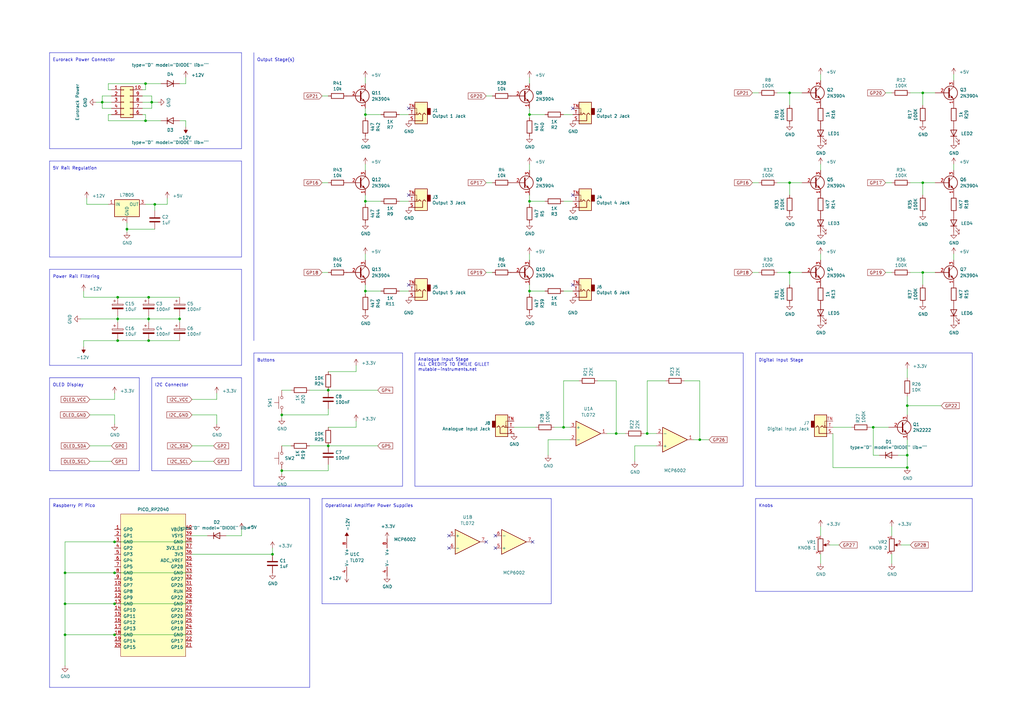
<source format=kicad_sch>
(kicad_sch (version 20230121) (generator eeschema)
  (paper "A3")
  (title_block (title "EuroPi") (date "15/11/2021") (rev "1") (company "Allen Synthesis") (comment 1 "CC BY-SA 3.0"))
  (junction (at 217.17 82.55))
  (junction (at 134.62 182.88))
  (junction (at 372.11 191.77))
  (junction (at 48.26 121.92))
  (junction (at 378.46 74.93))
  (junction (at 48.26 130.81))
  (junction (at 372.11 166.37))
  (junction (at 46.99 222.25))
  (junction (at 287.02 180.34))
  (junction (at 46.99 234.95))
  (junction (at 323.85 111.76))
  (junction (at 41.91 41.91))
  (junction (at 231.14 175.26))
  (junction (at 26.67 247.65))
  (junction (at 134.62 160.02))
  (junction (at 46.99 260.35))
  (junction (at 252.73 177.8))
  (junction (at 59.69 34.29))
  (junction (at 73.66 130.81))
  (junction (at 372.11 186.69))
  (junction (at 26.67 260.35))
  (junction (at 378.46 38.1))
  (junction (at 149.86 119.38))
  (junction (at 378.46 111.76))
  (junction (at 63.5 83.82))
  (junction (at 46.99 247.65))
  (junction (at 60.96 139.7))
  (junction (at 48.26 139.7))
  (junction (at 323.85 74.93))
  (junction (at 115.57 193.04))
  (junction (at 217.17 46.99))
  (junction (at 115.57 170.18))
  (junction (at 149.86 46.99))
  (junction (at 149.86 82.55))
  (junction (at 62.23 41.91))
  (junction (at 217.17 119.38))
  (junction (at 111.76 227.33))
  (junction (at 358.14 175.26))
  (junction (at 26.67 234.95))
  (junction (at 60.96 121.92))
  (junction (at 60.96 130.81))
  (junction (at 52.07 93.98))
  (junction (at 323.85 38.1))
  (junction (at 265.43 177.8))
  (junction (at 59.69 49.53))
  (no_connect (at 234.95 44.45))
  (no_connect (at 234.95 116.84))
  (no_connect (at 167.64 44.45))
  (no_connect (at 203.2 219.71))
  (no_connect (at 218.44 222.25))
  (no_connect (at 199.39 222.25))
  (no_connect (at 167.64 80.01))
  (no_connect (at 167.64 116.84))
  (no_connect (at 234.95 80.01))
  (no_connect (at 184.15 219.71))
  (no_connect (at 203.2 224.79))
  (no_connect (at 184.15 224.79))
  (wire (pts (xy 217.17 46.99) (xy 217.17 48.26)))
  (wire (pts (xy 358.14 186.69) (xy 358.14 175.26)))
  (wire (pts (xy 217.17 46.99) (xy 223.52 46.99)))
  (wire (pts (xy 44.45 36.83) (xy 44.45 34.29)))
  (wire (pts (xy 132.08 74.93) (xy 134.62 74.93)))
  (wire (pts (xy 372.11 186.69) (xy 372.11 180.34)))
  (wire (pts (xy 34.29 119.38) (xy 34.29 121.92)))
  (polyline (pts (xy 20.32 149.86) (xy 99.06 149.86)))
  (wire (pts (xy 134.62 175.26) (xy 146.05 175.26)))
  (wire (pts (xy 146.05 172.72) (xy 146.05 175.26)))
  (wire (pts (xy 199.39 39.37) (xy 201.93 39.37)))
  (polyline (pts (xy 309.88 204.47) (xy 398.78 204.47)))
  (wire (pts (xy 372.11 166.37) (xy 372.11 162.56)))
  (polyline (pts (xy 20.32 21.59) (xy 99.06 21.59)))
  (wire (pts (xy 149.86 44.45) (xy 149.86 46.99)))
  (wire (pts (xy 372.11 170.18) (xy 372.11 166.37)))
  (wire (pts (xy 368.3 186.69) (xy 372.11 186.69)))
  (wire (pts (xy 349.25 175.26) (xy 341.63 175.26)))
  (polyline (pts (xy 20.32 105.41) (xy 99.06 105.41)))
  (wire (pts (xy 41.91 39.37) (xy 45.72 39.37)))
  (wire (pts (xy 217.17 80.01) (xy 217.17 82.55)))
  (wire (pts (xy 44.45 34.29) (xy 59.69 34.29)))
  (wire (pts (xy 73.66 34.29) (xy 76.2 34.29)))
  (polyline (pts (xy 398.78 199.39) (xy 309.88 199.39)))
  (wire (pts (xy 341.63 177.8) (xy 341.63 191.77)))
  (wire (pts (xy 149.86 119.38) (xy 149.86 120.65)))
  (wire (pts (xy 73.66 130.81) (xy 73.66 129.54)))
  (wire (pts (xy 373.38 223.52) (xy 369.57 223.52)))
  (wire (pts (xy 48.26 130.81) (xy 48.26 129.54)))
  (wire (pts (xy 378.46 111.76) (xy 383.54 111.76)))
  (wire (pts (xy 391.16 67.31) (xy 391.16 69.85)))
  (wire (pts (xy 287.02 156.21) (xy 287.02 180.34)))
  (polyline (pts (xy 99.06 105.41) (xy 99.06 66.04)))
  (wire (pts (xy 323.85 38.1) (xy 328.93 38.1)))
  (wire (pts (xy 46.99 170.18) (xy 36.83 170.18)))
  (wire (pts (xy 378.46 38.1) (xy 383.54 38.1)))
  (polyline (pts (xy 99.06 154.94) (xy 99.06 193.04)))
  (wire (pts (xy 48.26 139.7) (xy 60.96 139.7)))
  (wire (pts (xy 41.91 41.91) (xy 45.72 41.91)))
  (wire (pts (xy 363.22 111.76) (xy 365.76 111.76)))
  (wire (pts (xy 26.67 222.25) (xy 26.67 234.95)))
  (wire (pts (xy 73.66 130.81) (xy 60.96 130.81)))
  (wire (pts (xy 219.71 175.26) (xy 210.82 175.26)))
  (wire (pts (xy 134.62 160.02) (xy 154.94 160.02)))
  (wire (pts (xy 63.5 83.82) (xy 59.69 83.82)))
  (wire (pts (xy 39.37 41.91) (xy 41.91 41.91)))
  (wire (pts (xy 234.95 119.38) (xy 231.14 119.38)))
  (wire (pts (xy 237.49 156.21) (xy 231.14 156.21)))
  (wire (pts (xy 68.58 83.82) (xy 63.5 83.82)))
  (wire (pts (xy 115.57 171.45) (xy 115.57 170.18)))
  (wire (pts (xy 64.77 41.91) (xy 62.23 41.91)))
  (wire (pts (xy 41.91 39.37) (xy 41.91 41.91)))
  (wire (pts (xy 364.49 175.26) (xy 358.14 175.26)))
  (polyline (pts (xy 20.32 66.04) (xy 99.06 66.04)))
  (wire (pts (xy 46.99 222.25) (xy 26.67 222.25)))
  (wire (pts (xy 149.86 82.55) (xy 156.21 82.55)))
  (wire (pts (xy 127 160.02) (xy 134.62 160.02)))
  (wire (pts (xy 60.96 132.08) (xy 60.96 130.81)))
  (wire (pts (xy 85.09 219.71) (xy 78.74 219.71)))
  (wire (pts (xy 224.79 180.34) (xy 233.68 180.34)))
  (wire (pts (xy 227.33 175.26) (xy 231.14 175.26)))
  (polyline (pts (xy 20.32 110.49) (xy 99.06 110.49)))
  (wire (pts (xy 62.23 39.37) (xy 62.23 41.91)))
  (wire (pts (xy 35.56 83.82) (xy 44.45 83.82)))
  (polyline (pts (xy 309.88 242.57) (xy 309.88 204.47)))
  (wire (pts (xy 46.99 247.65) (xy 26.67 247.65)))
  (wire (pts (xy 290.83 180.34) (xy 287.02 180.34)))
  (wire (pts (xy 62.23 41.91) (xy 62.23 44.45)))
  (polyline (pts (xy 170.18 199.39) (xy 304.8 199.39)))
  (polyline (pts (xy 398.78 204.47) (xy 398.78 242.57)))
  (wire (pts (xy 373.38 111.76) (xy 378.46 111.76)))
  (wire (pts (xy 63.5 93.98) (xy 52.07 93.98)))
  (wire (pts (xy 46.99 260.35) (xy 78.74 260.35)))
  (wire (pts (xy 62.23 39.37) (xy 58.42 39.37)))
  (wire (pts (xy 149.86 80.01) (xy 149.86 82.55)))
  (polyline (pts (xy 309.88 144.78) (xy 398.78 144.78)))
  (wire (pts (xy 365.76 231.14) (xy 365.76 227.33)))
  (polyline (pts (xy 170.18 144.78) (xy 170.18 199.39)))
  (wire (pts (xy 260.35 182.88) (xy 269.24 182.88)))
  (wire (pts (xy 372.11 151.13) (xy 372.11 154.94)))
  (polyline (pts (xy 165.1 199.39) (xy 165.1 144.78)))
  (wire (pts (xy 217.17 31.75) (xy 217.17 34.29)))
  (polyline (pts (xy 132.08 247.65) (xy 132.08 204.47)))
  (wire (pts (xy 59.69 36.83) (xy 58.42 36.83)))
  (polyline (pts (xy 57.15 193.04) (xy 20.32 193.04)))
  (wire (pts (xy 360.68 186.69) (xy 358.14 186.69)))
  (wire (pts (xy 41.91 41.91) (xy 41.91 44.45)))
  (wire (pts (xy 66.04 34.29) (xy 59.69 34.29)))
  (wire (pts (xy 59.69 34.29) (xy 59.69 36.83)))
  (wire (pts (xy 111.76 224.79) (xy 111.76 227.33)))
  (wire (pts (xy 149.86 104.14) (xy 149.86 106.68)))
  (wire (pts (xy 336.55 67.31) (xy 336.55 69.85)))
  (wire (pts (xy 34.29 142.24) (xy 34.29 139.7)))
  (wire (pts (xy 167.64 46.99) (xy 163.83 46.99)))
  (polyline (pts (xy 104.14 21.59) (xy 104.14 139.7)))
  (polyline (pts (xy 132.08 204.47) (xy 226.06 204.47)))
  (wire (pts (xy 265.43 156.21) (xy 265.43 177.8)))
  (wire (pts (xy 149.86 82.55) (xy 149.86 83.82)))
  (wire (pts (xy 60.96 130.81) (xy 60.96 129.54)))
  (wire (pts (xy 323.85 111.76) (xy 328.93 111.76)))
  (wire (pts (xy 115.57 194.31) (xy 115.57 193.04)))
  (wire (pts (xy 88.9 170.18) (xy 78.74 170.18)))
  (polyline (pts (xy 20.32 60.96) (xy 99.06 60.96)))
  (polyline (pts (xy 99.06 60.96) (xy 99.06 21.59)))
  (wire (pts (xy 149.86 46.99) (xy 149.86 48.26)))
  (wire (pts (xy 60.96 130.81) (xy 48.26 130.81)))
  (wire (pts (xy 46.99 247.65) (xy 78.74 247.65)))
  (wire (pts (xy 217.17 82.55) (xy 217.17 83.82)))
  (wire (pts (xy 146.05 149.86) (xy 146.05 152.4)))
  (wire (pts (xy 373.38 74.93) (xy 378.46 74.93)))
  (wire (pts (xy 41.91 44.45) (xy 45.72 44.45)))
  (wire (pts (xy 44.45 46.99) (xy 44.45 49.53)))
  (wire (pts (xy 265.43 177.8) (xy 264.16 177.8)))
  (wire (pts (xy 344.17 223.52) (xy 340.36 223.52)))
  (wire (pts (xy 378.46 80.01) (xy 378.46 74.93)))
  (wire (pts (xy 217.17 119.38) (xy 223.52 119.38)))
  (wire (pts (xy 99.06 219.71) (xy 92.71 219.71)))
  (wire (pts (xy 245.11 156.21) (xy 252.73 156.21)))
  (wire (pts (xy 134.62 152.4) (xy 146.05 152.4)))
  (wire (pts (xy 88.9 161.29) (xy 88.9 163.83)))
  (wire (pts (xy 323.85 43.18) (xy 323.85 38.1)))
  (polyline (pts (xy 165.1 144.78) (xy 104.14 144.78)))
  (wire (pts (xy 234.95 82.55) (xy 231.14 82.55)))
  (wire (pts (xy 308.61 74.93) (xy 311.15 74.93)))
  (polyline (pts (xy 304.8 199.39) (xy 304.8 144.78)))
  (polyline (pts (xy 104.14 199.39) (xy 165.1 199.39)))
  (polyline (pts (xy 398.78 242.57) (xy 309.88 242.57)))
  (wire (pts (xy 269.24 177.8) (xy 265.43 177.8)))
  (polyline (pts (xy 309.88 199.39) (xy 309.88 144.78)))
  (wire (pts (xy 46.99 163.83) (xy 36.83 163.83)))
  (polyline (pts (xy 20.32 21.59) (xy 20.32 60.96)))
  (wire (pts (xy 149.86 116.84) (xy 149.86 119.38)))
  (polyline (pts (xy 20.32 193.04) (xy 20.32 154.94)))
  (wire (pts (xy 231.14 156.21) (xy 231.14 175.26)))
  (wire (pts (xy 60.96 139.7) (xy 73.66 139.7)))
  (wire (pts (xy 88.9 163.83) (xy 78.74 163.83)))
  (wire (pts (xy 318.77 74.93) (xy 323.85 74.93)))
  (wire (pts (xy 391.16 104.14) (xy 391.16 106.68)))
  (wire (pts (xy 87.63 182.88) (xy 78.74 182.88)))
  (wire (pts (xy 76.2 31.75) (xy 76.2 34.29)))
  (wire (pts (xy 231.14 175.26) (xy 233.68 175.26)))
  (wire (pts (xy 45.72 182.88) (xy 36.83 182.88)))
  (wire (pts (xy 46.99 161.29) (xy 46.99 163.83)))
  (polyline (pts (xy 398.78 144.78) (xy 398.78 199.39)))
  (wire (pts (xy 66.04 49.53) (xy 59.69 49.53)))
  (wire (pts (xy 46.99 234.95) (xy 26.67 234.95)))
  (wire (pts (xy 323.85 116.84) (xy 323.85 111.76)))
  (wire (pts (xy 318.77 111.76) (xy 323.85 111.76)))
  (wire (pts (xy 132.08 39.37) (xy 134.62 39.37)))
  (wire (pts (xy 46.99 222.25) (xy 78.74 222.25)))
  (wire (pts (xy 48.26 121.92) (xy 60.96 121.92)))
  (wire (pts (xy 76.2 52.07) (xy 76.2 49.53)))
  (wire (pts (xy 60.96 121.92) (xy 73.66 121.92)))
  (wire (pts (xy 26.67 247.65) (xy 26.67 260.35)))
  (wire (pts (xy 119.38 160.02) (xy 115.57 160.02)))
  (wire (pts (xy 336.55 215.9) (xy 336.55 219.71)))
  (wire (pts (xy 48.26 132.08) (xy 48.26 130.81)))
  (wire (pts (xy 199.39 111.76) (xy 201.93 111.76)))
  (wire (pts (xy 46.99 173.99) (xy 46.99 170.18)))
  (wire (pts (xy 234.95 46.99) (xy 231.14 46.99)))
  (wire (pts (xy 378.46 116.84) (xy 378.46 111.76)))
  (wire (pts (xy 358.14 175.26) (xy 356.87 175.26)))
  (wire (pts (xy 336.55 30.48) (xy 336.55 33.02)))
  (polyline (pts (xy 99.06 193.04) (xy 62.23 193.04)))
  (wire (pts (xy 363.22 74.93) (xy 365.76 74.93)))
  (wire (pts (xy 217.17 116.84) (xy 217.17 119.38)))
  (wire (pts (xy 111.76 227.33) (xy 78.74 227.33)))
  (wire (pts (xy 33.02 130.81) (xy 48.26 130.81)))
  (wire (pts (xy 308.61 38.1) (xy 311.15 38.1)))
  (wire (pts (xy 99.06 217.17) (xy 99.06 219.71)))
  (wire (pts (xy 341.63 191.77) (xy 372.11 191.77)))
  (wire (pts (xy 308.61 111.76) (xy 311.15 111.76)))
  (polyline (pts (xy 57.15 154.94) (xy 57.15 193.04)))
  (polyline (pts (xy 20.32 281.94) (xy 20.32 204.47)))
  (wire (pts (xy 149.86 31.75) (xy 149.86 34.29)))
  (wire (pts (xy 284.48 180.34) (xy 287.02 180.34)))
  (wire (pts (xy 217.17 67.31) (xy 217.17 69.85)))
  (wire (pts (xy 62.23 44.45) (xy 58.42 44.45)))
  (polyline (pts (xy 99.06 149.86) (xy 99.06 110.49)))
  (wire (pts (xy 391.16 30.48) (xy 391.16 33.02)))
  (wire (pts (xy 372.11 191.77) (xy 372.11 186.69)))
  (wire (pts (xy 134.62 190.5) (xy 134.62 193.04)))
  (wire (pts (xy 63.5 86.36) (xy 63.5 83.82)))
  (wire (pts (xy 199.39 74.93) (xy 201.93 74.93)))
  (wire (pts (xy 52.07 93.98) (xy 52.07 91.44)))
  (polyline (pts (xy 226.06 204.47) (xy 226.06 247.65)))
  (wire (pts (xy 59.69 46.99) (xy 58.42 46.99)))
  (wire (pts (xy 287.02 156.21) (xy 280.67 156.21)))
  (wire (pts (xy 336.55 231.14) (xy 336.55 227.33)))
  (wire (pts (xy 323.85 80.01) (xy 323.85 74.93)))
  (wire (pts (xy 149.86 119.38) (xy 156.21 119.38)))
  (wire (pts (xy 45.72 36.83) (xy 44.45 36.83)))
  (wire (pts (xy 134.62 167.64) (xy 134.62 170.18)))
  (wire (pts (xy 35.56 81.28) (xy 35.56 83.82)))
  (wire (pts (xy 132.08 111.76) (xy 134.62 111.76)))
  (wire (pts (xy 363.22 38.1) (xy 365.76 38.1)))
  (polyline (pts (xy 127 281.94) (xy 20.32 281.94)))
  (wire (pts (xy 44.45 49.53) (xy 59.69 49.53)))
  (wire (pts (xy 134.62 182.88) (xy 154.94 182.88)))
  (wire (pts (xy 318.77 38.1) (xy 323.85 38.1)))
  (wire (pts (xy 73.66 132.08) (xy 73.66 130.81)))
  (wire (pts (xy 48.26 121.92) (xy 34.29 121.92)))
  (polyline (pts (xy 20.32 154.94) (xy 57.15 154.94)))
  (wire (pts (xy 68.58 81.28) (xy 68.58 83.82)))
  (wire (pts (xy 252.73 177.8) (xy 248.92 177.8)))
  (wire (pts (xy 52.07 95.25) (xy 52.07 93.98)))
  (wire (pts (xy 256.54 177.8) (xy 252.73 177.8)))
  (wire (pts (xy 378.46 43.18) (xy 378.46 38.1)))
  (wire (pts (xy 217.17 44.45) (xy 217.17 46.99)))
  (wire (pts (xy 88.9 173.99) (xy 88.9 170.18)))
  (polyline (pts (xy 20.32 110.49) (xy 20.32 149.86)))
  (wire (pts (xy 59.69 49.53) (xy 59.69 46.99)))
  (wire (pts (xy 34.29 139.7) (xy 48.26 139.7)))
  (wire (pts (xy 265.43 156.21) (xy 273.05 156.21)))
  (wire (pts (xy 378.46 74.93) (xy 383.54 74.93)))
  (wire (pts (xy 167.64 82.55) (xy 163.83 82.55)))
  (wire (pts (xy 365.76 215.9) (xy 365.76 219.71)))
  (wire (pts (xy 217.17 119.38) (xy 217.17 120.65)))
  (polyline (pts (xy 20.32 204.47) (xy 127 204.47)))
  (polyline (pts (xy 104.14 144.78) (xy 104.14 199.39)))
  (polyline (pts (xy 62.23 154.94) (xy 99.06 154.94)))
  (polyline (pts (xy 62.23 193.04) (xy 62.23 154.94)))
  (polyline (pts (xy 226.06 247.65) (xy 132.08 247.65)))
  (wire (pts (xy 46.99 260.35) (xy 26.67 260.35)))
  (polyline (pts (xy 127 204.47) (xy 127 281.94)))
  (wire (pts (xy 134.62 170.18) (xy 115.57 170.18)))
  (wire (pts (xy 26.67 234.95) (xy 26.67 247.65)))
  (wire (pts (xy 44.45 46.99) (xy 45.72 46.99)))
  (wire (pts (xy 78.74 189.23) (xy 87.63 189.23)))
  (wire (pts (xy 373.38 38.1) (xy 378.46 38.1)))
  (wire (pts (xy 323.85 74.93) (xy 328.93 74.93)))
  (wire (pts (xy 73.66 49.53) (xy 76.2 49.53)))
  (wire (pts (xy 217.17 82.55) (xy 223.52 82.55)))
  (wire (pts (xy 224.79 186.69) (xy 224.79 180.34)))
  (wire (pts (xy 127 182.88) (xy 134.62 182.88)))
  (wire (pts (xy 149.86 46.99) (xy 156.21 46.99)))
  (wire (pts (xy 217.17 104.14) (xy 217.17 106.68)))
  (wire (pts (xy 149.86 67.31) (xy 149.86 69.85)))
  (wire (pts (xy 336.55 104.14) (xy 336.55 106.68)))
  (polyline (pts (xy 20.32 66.04) (xy 20.32 105.41)))
  (wire (pts (xy 167.64 119.38) (xy 163.83 119.38)))
  (wire (pts (xy 260.35 189.23) (xy 260.35 182.88)))
  (wire (pts (xy 36.83 189.23) (xy 45.72 189.23)))
  (polyline (pts (xy 304.8 144.78) (xy 170.18 144.78)))
  (wire (pts (xy 62.23 41.91) (xy 58.42 41.91)))
  (wire (pts (xy 134.62 193.04) (xy 115.57 193.04)))
  (wire (pts (xy 386.08 166.37) (xy 372.11 166.37)))
  (wire (pts (xy 46.99 234.95) (xy 78.74 234.95)))
  (wire (pts (xy 119.38 182.88) (xy 115.57 182.88)))
  (wire (pts (xy 252.73 156.21) (xy 252.73 177.8)))
  (wire (pts (xy 26.67 260.35) (xy 26.67 273.05)))
  (text "Eurorack Power Connector" (at 21.59 25.4 0) (effects (font (size 1.27 1.27)) (justify left bottom)))
  (text "Operational Amplifier Power Supplies" (at 133.35 208.28 0) (effects (font (size 1.27 1.27)) (justify left bottom)))
  (text "Raspberry Pi Pico" (at 21.59 208.28 0) (effects (font (size 1.27 1.27)) (justify left bottom)))
  (text "Digital Input Stage\n" (at 311.15 148.59 0) (effects (font (size 1.27 1.27)) (justify left bottom)))
  (text "5V Rail Regulation" (at 21.59 69.85 0) (effects (font (size 1.27 1.27)) (justify left bottom)))
  (text "Output Stage(s)" (at 105.41 25.4 0) (effects (font (size 1.27 1.27)) (justify left bottom)))
  (text "Power Rail Filtering" (at 21.59 114.3 0) (effects (font (size 1.27 1.27)) (justify left bottom)))
  (text "I2C Connector\n" (at 63.5 158.75 0) (effects (font (size 1.27 1.27)) (justify left bottom)))
  (text "Buttons" (at 105.41 148.59 0) (effects (font (size 1.27 1.27)) (justify left bottom)))
  (text "OLED Display" (at 21.59 158.75 0) (effects (font (size 1.27 1.27)) (justify left bottom)))
  (text "Analogue Input Stage\nALL CREDITS TO ÉMILIE GILLET\nmutable-instruments.net" (at 171.45 152.4 0) (effects (font (size 1.27 1.27)) (justify left bottom)))
  (text "Knobs" (at 311.15 208.28 0) (effects (font (size 1.27 1.27)) (justify left bottom)))
  (global_label "GP19" (shape input) (at 199.39 111.76 180) (property "Intersheetrefs" "${INTERSHEET_REFS}" (effects hide)))
  (global_label "GP4" (shape input) (at 154.94 160.02 0) (property "Intersheetrefs" "${INTERSHEET_REFS}" (effects hide)))
  (global_label "GP3" (shape input) (at 87.63 189.23 0) (property "Intersheetrefs" "${INTERSHEET_REFS}" (effects hide)))
  (global_label "GP21" (shape input) (at 132.08 39.37 180) (property "Intersheetrefs" "${INTERSHEET_REFS}" (effects hide)))
  (global_label "GP18" (shape input) (at 308.61 111.76 180) (property "Intersheetrefs" "${INTERSHEET_REFS}" (effects hide)))
  (global_label "GP22" (shape input) (at 386.08 166.37 0) (property "Intersheetrefs" "${INTERSHEET_REFS}" (effects hide)))
  (global_label "GP19" (shape input) (at 363.22 111.76 180) (property "Intersheetrefs" "${INTERSHEET_REFS}" (effects hide)))
  (global_label "OLED_GND" (shape input) (at 36.83 170.18 180) (property "Intersheetrefs" "${INTERSHEET_REFS}" (effects hide)))
  (global_label "I2C_VCC" (shape input) (at 78.74 163.83 180) (property "Intersheetrefs" "${INTERSHEET_REFS}" (effects hide)))
  (global_label "GP21" (shape input) (at 308.61 38.1 180) (property "Intersheetrefs" "${INTERSHEET_REFS}" (effects hide)))
  (global_label "GP1" (shape input) (at 45.72 189.23 0) (property "Intersheetrefs" "${INTERSHEET_REFS}" (effects hide)))
  (global_label "I2C_SDA" (shape input) (at 78.74 182.88 180) (property "Intersheetrefs" "${INTERSHEET_REFS}" (effects hide)))
  (global_label "GP27" (shape input) (at 344.17 223.52 0) (property "Intersheetrefs" "${INTERSHEET_REFS}" (effects hide)))
  (global_label "GP5" (shape input) (at 154.94 182.88 0) (property "Intersheetrefs" "${INTERSHEET_REFS}" (effects hide)))
  (global_label "GP17" (shape input) (at 199.39 74.93 180) (property "Intersheetrefs" "${INTERSHEET_REFS}" (effects hide)))
  (global_label "GP20" (shape input) (at 363.22 38.1 180) (property "Intersheetrefs" "${INTERSHEET_REFS}" (effects hide)))
  (global_label "GP20" (shape input) (at 199.39 39.37 180) (property "Intersheetrefs" "${INTERSHEET_REFS}" (effects hide)))
  (global_label "OLED_VCC" (shape input) (at 36.83 163.83 180) (property "Intersheetrefs" "${INTERSHEET_REFS}" (effects hide)))
  (global_label "OLED_SDA" (shape input) (at 36.83 182.88 180) (property "Intersheetrefs" "${INTERSHEET_REFS}" (effects hide)))
  (global_label "OLED_SCL" (shape input) (at 36.83 189.23 180) (property "Intersheetrefs" "${INTERSHEET_REFS}" (effects hide)))
  (global_label "GP16" (shape input) (at 132.08 74.93 180) (property "Intersheetrefs" "${INTERSHEET_REFS}" (effects hide)))
  (global_label "GP26" (shape input) (at 290.83 180.34 0) (property "Intersheetrefs" "${INTERSHEET_REFS}" (effects hide)))
  (global_label "GP0" (shape input) (at 45.72 182.88 0) (property "Intersheetrefs" "${INTERSHEET_REFS}" (effects hide)))
  (global_label "I2C_SCL" (shape input) (at 78.74 189.23 180) (property "Intersheetrefs" "${INTERSHEET_REFS}" (effects hide)))
  (global_label "GP18" (shape input) (at 132.08 111.76 180) (property "Intersheetrefs" "${INTERSHEET_REFS}" (effects hide)))
  (global_label "GP17" (shape input) (at 363.22 74.93 180) (property "Intersheetrefs" "${INTERSHEET_REFS}" (effects hide)))
  (global_label "I2C_GND" (shape input) (at 78.74 170.18 180) (property "Intersheetrefs" "${INTERSHEET_REFS}" (effects hide)))
  (global_label "GP28" (shape input) (at 373.38 223.52 0) (property "Intersheetrefs" "${INTERSHEET_REFS}" (effects hide)))
  (global_label "GP2" (shape input) (at 87.63 182.88 0) (property "Intersheetrefs" "${INTERSHEET_REFS}" (effects hide)))
  (global_label "GP16" (shape input) (at 308.61 74.93 180) (property "Intersheetrefs" "${INTERSHEET_REFS}" (effects hide)))
  (symbol (lib_id "text:TEXT") (at 34.29 119.38 0) (unit 1)
    (property "Reference" "Reference?" (effects hide))
    (property "Value" "+12V" (at 36.5252 118.4402 0) (effects (justify left)))
  )
  (symbol (lib_id "power:-12V") (at 76.2 52.07 180) (unit 1)
    (property "Reference" "#PWR?" (effects hide))
    (property "Value" "-12V" (at 75.819 56.4642 0))
  )
  (symbol (lib_id "power:-12V") (at 34.29 142.24 180) (unit 1)
    (property "Reference" "#PWR?" (effects hide))
    (property "Value" "-12V" (at 33.909 146.6342 0))
  )
  (symbol (lib_id "Device:CP") (at 48.26 135.89 0) (unit 1)
    (property "Reference" "C16" (at 51.2572 134.7216 0) (effects (justify left)))
    (property "Value" "10uF" (at 51.2572 137.033 0) (effects (justify left)))
  )
  (symbol (lib_id "Device:CP") (at 60.96 125.73 0) (unit 1)
    (property "Reference" "C3" (at 63.9572 124.5616 0) (effects (justify left)))
    (property "Value" "100nF" (at 63.9572 126.873 0) (effects (justify left)))
  )
  (symbol (lib_id "Device:CP") (at 60.96 135.89 0) (unit 1)
    (property "Reference" "C4" (at 63.9572 134.7216 0) (effects (justify left)))
    (property "Value" "100nF" (at 63.9572 137.033 0) (effects (justify left)))
  )
  (symbol (lib_id "Device:CP") (at 73.66 125.73 0) (unit 1)
    (property "Reference" "C5" (at 76.6572 124.5616 0) (effects (justify left)))
    (property "Value" "100nF" (at 76.6572 126.873 0) (effects (justify left)))
  )
  (symbol (lib_id "Device:CP") (at 73.66 135.89 0) (unit 1)
    (property "Reference" "C6" (at 76.6572 134.7216 0) (effects (justify left)))
    (property "Value" "100nF" (at 76.6572 137.033 0) (effects (justify left)))
  )
  (symbol (lib_id "Connector:AudioJack2_SwitchT") (at 240.03 119.38 180) (unit 1)
    (property "Reference" "J6" (at 244.602 117.6782 0) (effects (justify right)))
    (property "Value" "Output 6 Jack" (at 244.602 119.9896 0) (effects (justify right)))
  )
  (symbol (lib_id "Device:LED") (at 336.55 54.61 90) (unit 1)
    (property "Reference" "LED1" (at 339.5472 54.7878 90) (effects (justify right)))
    (property "Value" "LED" (effects hide))
  )
  (symbol (lib_id "Device:R") (at 336.55 120.65 180) (unit 1)
    (property "Reference" "R13" (at 341.8078 120.65 90))
    (property "Value" "1k" (at 339.4964 120.65 90))
  )
  (symbol (lib_id "Device:LED") (at 391.16 54.61 90) (unit 1)
    (property "Reference" "LED2" (at 394.1572 54.7878 90) (effects (justify right)))
    (property "Value" "LED" (effects hide))
  )
  (symbol (lib_id "Device:R") (at 336.55 83.82 180) (unit 1)
    (property "Reference" "R14" (at 341.8078 83.82 90))
    (property "Value" "4K7" (at 339.4964 83.82 90))
  )
  (symbol (lib_id "Device:LED") (at 336.55 91.44 90) (unit 1)
    (property "Reference" "LED3" (at 339.5472 91.6178 90) (effects (justify right)))
    (property "Value" "LED" (effects hide))
  )
  (symbol (lib_id "Device:R") (at 391.16 120.65 180) (unit 1)
    (property "Reference" "R15" (at 396.4178 120.65 90))
    (property "Value" "4K7" (at 394.1064 120.65 90))
  )
  (symbol (lib_id "Device:LED") (at 391.16 91.44 90) (unit 1)
    (property "Reference" "LED4" (at 394.1572 91.6178 90) (effects (justify right)))
    (property "Value" "LED" (effects hide))
  )
  (symbol (lib_id "Device:R") (at 336.55 46.99 180) (unit 1)
    (property "Reference" "R16" (at 341.8078 46.99 90))
    (property "Value" "1k" (at 339.4964 46.99 90))
  )
  (symbol (lib_id "Device:LED") (at 391.16 128.27 90) (unit 1)
    (property "Reference" "LED6" (at 394.1572 128.4478 90) (effects (justify right)))
    (property "Value" "LED" (effects hide))
  )
  (symbol (lib_id "Device:R") (at 391.16 83.82 180) (unit 1)
    (property "Reference" "R18" (at 396.4178 83.82 90))
    (property "Value" "4K7" (at 394.1064 83.82 90))
  )
  (symbol (lib_id "pico:PICO_RP2040") (at 63.5 241.3 0) (unit 1)
    (property "Reference" "U?" (effects hide))
    (property "Value" "PICO_RP2040" (at 62.865 208.9658 0))
  )
  (symbol (lib_id "Simulation_SPICE:DIODE") (at 88.9 219.71 180) (unit 1)
    (property "Reference" "D2" (at 88.9 214.1982 0))
    (property "Value" "${SIM.PARAMS}" (at 88.9 216.5096 0))
    (property "Sim.Device" "SPICE" (effects hide))
    (property "Sim.Params" "type=\"D\" model=\"DIODE\" lib=\"\"" (effects hide))
    (property "Sim.Pins" "1=1 2=2" (effects hide))
  )
  (symbol (lib_id "text:TEXT") (at 99.06 217.17 0) (unit 1)
    (property "Reference" "Reference?" (effects hide))
    (property "Value" "+5V" (at 101.2952 216.2302 0) (effects (justify left)))
  )
  (symbol (lib_id "text:TEXT") (at 111.76 224.79 0) (unit 1)
    (property "Reference" "Reference?" (effects hide))
    (property "Value" "+3.3V" (at 113.9952 223.8502 0) (effects (justify left)))
  )
  (symbol (lib_id "Connector:AudioJack2_SwitchT") (at 336.55 175.26 0) (mirror x) (unit 1)
    (property "Reference" "J7" (at 331.978 173.5582 0) (effects (justify right)))
    (property "Value" "Digital Input Jack" (at 331.978 175.8696 0) (effects (justify right)))
  )
  (symbol (lib_id "Device:R") (at 353.06 175.26 90) (unit 1)
    (property "Reference" "R27" (at 351.8916 173.482 0) (effects (justify left)))
    (property "Value" "100K" (at 354.203 173.482 0) (effects (justify left)))
  )
  (symbol (lib_id "Connector:AudioJack2_SwitchT") (at 172.72 82.55 180) (unit 1)
    (property "Reference" "J3" (at 177.292 80.8482 0) (effects (justify right)))
    (property "Value" "Output 3 Jack" (at 177.292 83.1596 0) (effects (justify right)))
  )
  (symbol (lib_id "Device:R") (at 160.02 82.55 90) (unit 1)
    (property "Reference" "R9" (at 160.02 87.8078 90))
    (property "Value" "1K" (at 160.02 85.4964 90))
  )
  (symbol (lib_id "Connector:AudioJack2_SwitchT") (at 240.03 46.99 180) (unit 1)
    (property "Reference" "J2" (at 244.602 45.2882 0) (effects (justify right)))
    (property "Value" "Output 2 Jack" (at 244.602 47.5996 0) (effects (justify right)))
  )
  (symbol (lib_id "Connector:AudioJack2_SwitchT") (at 172.72 46.99 180) (unit 1)
    (property "Reference" "J1" (at 177.292 45.2882 0) (effects (justify right)))
    (property "Value" "Output 1 Jack" (at 177.292 47.5996 0) (effects (justify right)))
  )
  (symbol (lib_id "Device:R") (at 160.02 46.99 90) (unit 1)
    (property "Reference" "R7" (at 160.02 52.2478 90))
    (property "Value" "1K" (at 160.02 49.9364 90))
  )
  (symbol (lib_id "Connector:AudioJack2_SwitchT") (at 240.03 82.55 180) (unit 1)
    (property "Reference" "J4" (at 244.602 80.8482 0) (effects (justify right)))
    (property "Value" "Output 4 Jack" (at 244.602 83.1596 0) (effects (justify right)))
  )
  (symbol (lib_id "Connector:AudioJack2_SwitchT") (at 172.72 119.38 180) (unit 1)
    (property "Reference" "J5" (at 177.292 117.6782 0) (effects (justify right)))
    (property "Value" "Output 5 Jack" (at 177.292 119.9896 0) (effects (justify right)))
  )
  (symbol (lib_id "Device:R") (at 160.02 119.38 90) (unit 1)
    (property "Reference" "R11" (at 160.02 124.6378 90))
    (property "Value" "1K" (at 160.02 122.3264 90))
  )
  (symbol (lib_id "power:GND") (at 39.37 41.91 270) (unit 1)
    (property "Reference" "#PWR?" (effects hide))
    (property "Value" "GND" (at 34.9758 42.037 0))
  )
  (symbol (lib_id "Simulation_SPICE:DIODE") (at 364.49 186.69 180) (unit 1)
    (property "Reference" "D1" (at 364.49 181.1782 0))
    (property "Value" "${SIM.PARAMS}" (at 364.49 183.4896 0))
    (property "Sim.Device" "SPICE" (effects hide))
    (property "Sim.Params" "type=\"D\" model=\"DIODE\" lib=\"\"" (effects hide))
    (property "Sim.Pins" "1=1 2=2" (effects hide))
  )
  (symbol (lib_id "Transistor_BJT:2N2219") (at 369.57 175.26 0) (unit 1)
    (property "Reference" "Q1" (at 374.396 174.0916 0) (effects (justify left)))
    (property "Value" "2N2222" (at 374.396 176.403 0) (effects (justify left)))
    (property "Footprint" "Package_TO_SOT_THT:TO-39-3" (effects hide))
    (property "Datasheet" "http://www.onsemi.com/pub_link/Collateral/2N2219-D.PDF" (effects hide))
  )
  (symbol (lib_id "Device:R") (at 372.11 158.75 0) (unit 1)
    (property "Reference" "R26" (at 373.888 157.5816 0) (effects (justify left)))
    (property "Value" "10K" (at 373.888 159.893 0) (effects (justify left)))
  )
  (symbol (lib_id "text:TEXT") (at 68.58 81.28 0) (unit 1)
    (property "Reference" "Reference?" (effects hide))
    (property "Value" "+5V" (at 70.8152 80.3402 0) (effects (justify left)))
  )
  (symbol (lib_id "Regulator_Linear:L7805") (at 52.07 83.82 0) (unit 1)
    (property "Reference" "U?" (effects hide))
    (property "Value" "L7805" (at 52.07 79.9846 0))
    (property "Datasheet" "http://www.st.com/content/ccc/resource/technical/document/datasheet/41/4f/b3/b0/12/d4/47/88/CD00000444.pdf/files/CD00000444.pdf/jcr:content/translations/en.CD00000444.pdf" (effects hide))
  )
  (symbol (lib_id "text:TEXT") (at 35.56 81.28 0) (unit 1)
    (property "Reference" "Reference?" (effects hide))
    (property "Value" "+12V" (at 37.7952 80.3402 0) (effects (justify left)))
  )
  (symbol (lib_id "text:TEXT") (at 372.11 151.13 0) (unit 1)
    (property "Reference" "Reference?" (effects hide))
    (property "Value" "+3.3V" (at 374.3452 150.1902 0) (effects (justify left)))
  )
  (symbol (lib_id "Device:C") (at 63.5 90.17 0) (unit 1)
    (property "Reference" "C2" (at 66.421 89.0016 0) (effects (justify left)))
    (property "Value" "1uF" (at 66.421 91.313 0) (effects (justify left)))
  )
  (symbol (lib_id "Connector_Generic:Conn_02x05_Counter_Clockwise") (at 50.8 41.91 0) (unit 1)
    (property "Reference" "J?" (effects hide))
    (property "Value" "Eurorack Power" (at 31.75 41.91 90))
  )
  (symbol (lib_id "power:GND") (at 52.07 95.25 0) (unit 1)
    (property "Reference" "#PWR?" (effects hide))
    (property "Value" "GND" (at 52.197 99.6442 0))
  )
  (symbol (lib_id "Connector:AudioJack2_SwitchT") (at 205.74 175.26 0) (mirror x) (unit 1)
    (property "Reference" "J8" (at 201.168 173.5582 0) (effects (justify right)))
    (property "Value" "Analogue Input Jack" (at 201.168 175.8696 0) (effects (justify right)))
  )
  (symbol (lib_id "text:TEXT") (at 76.2 31.75 0) (unit 1)
    (property "Reference" "Reference?" (effects hide))
    (property "Value" "+12V" (at 78.4352 30.8102 0) (effects (justify left)))
  )
  (symbol (lib_id "Device:R") (at 223.52 175.26 90) (unit 1)
    (property "Reference" "R28" (at 222.3516 173.482 0) (effects (justify left)))
    (property "Value" "100K" (at 224.663 173.482 0) (effects (justify left)))
  )
  (symbol (lib_id "power:GND") (at 33.02 130.81 270) (unit 1)
    (property "Reference" "#PWR?" (effects hide))
    (property "Value" "GND" (at 28.6258 130.937 0))
  )
  (symbol (lib_id "Device:R") (at 241.3 156.21 90) (unit 1)
    (property "Reference" "R21" (at 240.1316 154.432 0) (effects (justify left)))
    (property "Value" "22K" (at 242.443 154.432 0) (effects (justify left)))
  )
  (symbol (lib_id "power:GND") (at 46.99 173.99 0) (unit 1)
    (property "Reference" "#PWR?" (effects hide))
    (property "Value" "GND" (at 47.117 178.3842 0))
  )
  (symbol (lib_id "Device:CP") (at 48.26 125.73 0) (unit 1)
    (property "Reference" "C15" (at 51.2572 124.5616 0) (effects (justify left)))
    (property "Value" "10uF" (at 51.2572 126.873 0) (effects (justify left)))
  )
  (symbol (lib_id "Simulation_SPICE:DIODE") (at 69.85 49.53 180) (unit 1)
    (property "Reference" "D3" (at 69.85 53.34 0))
    (property "Value" "${SIM.PARAMS}" (at 69.85 58.42 0))
    (property "Sim.Device" "SPICE" (effects hide))
    (property "Sim.Params" "type=\"D\" model=\"DIODE\" lib=\"\"" (effects hide))
    (property "Sim.Pins" "1=1 2=2" (effects hide))
  )
  (symbol (lib_id "Simulation_SPICE:DIODE") (at 69.85 34.29 0) (mirror x) (unit 1)
    (property "Reference" "D4" (at 69.85 30.48 0))
    (property "Value" "${SIM.PARAMS}" (at 69.85 26.67 0))
    (property "Sim.Device" "SPICE" (effects hide))
    (property "Sim.Params" "type=\"D\" model=\"DIODE\" lib=\"\"" (effects hide))
    (property "Sim.Pins" "1=1 2=2" (effects hide))
  )
  (symbol (lib_id "Amplifier_Operational:MCP6002-xMS") (at 276.86 180.34 0) (mirror x) (unit 1)
    (property "Reference" "O?" (effects hide))
    (property "Value" "MCP6002" (at 276.86 192.9892 0))
    (property "Datasheet" "http://www.ti.com/lit/ds/symlink/tl071.pdf" (effects hide))
  )
  (symbol (lib_id "Device:R") (at 260.35 177.8 90) (unit 1)
    (property "Reference" "R22" (at 259.1816 176.022 0) (effects (justify left)))
    (property "Value" "22K" (at 261.493 176.022 0) (effects (justify left)))
  )
  (symbol (lib_id "power:GND") (at 88.9 173.99 0) (unit 1)
    (property "Reference" "#PWR?" (effects hide))
    (property "Value" "GND" (at 89.027 178.3842 0))
  )
  (symbol (lib_id "power:GND") (at 26.67 273.05 0) (unit 1)
    (property "Reference" "#PWR?" (effects hide))
    (property "Value" "GND" (at 26.797 277.4442 0))
  )
  (symbol (lib_id "Device:R") (at 276.86 156.21 90) (unit 1)
    (property "Reference" "R23" (at 275.6916 154.432 0) (effects (justify left)))
    (property "Value" "22K" (at 278.003 154.432 0) (effects (justify left)))
  )
  (symbol (lib_id "power:GND") (at 115.57 194.31 0) (unit 1)
    (property "Reference" "#PWR?" (effects hide))
    (property "Value" "GND" (at 115.697 198.7042 0))
  )
  (symbol (lib_id "power:GND") (at 115.57 171.45 0) (unit 1)
    (property "Reference" "#PWR?" (effects hide))
    (property "Value" "GND" (at 115.697 175.8442 0))
  )
  (symbol (lib_id "text:TEXT") (at 88.9 161.29 0) (unit 1)
    (property "Reference" "Reference?" (effects hide))
    (property "Value" "+3.3V" (at 91.1352 160.3502 0) (effects (justify left)))
  )
  (symbol (lib_id "text:TEXT") (at 158.75 220.98 0) (unit 1)
    (property "Reference" "Reference?" (effects hide))
    (property "Value" "+3.3V" (at 156.21 215.9 0) (effects (justify left)))
  )
  (symbol (lib_id "power:GND") (at 336.55 58.42 0) (unit 1)
    (property "Reference" "#PWR?" (effects hide))
    (property "Value" "GND" (at 336.677 62.8142 0))
  )
  (symbol (lib_id "power:GND") (at 323.85 50.8 0) (unit 1)
    (property "Reference" "#PWR?" (effects hide))
    (property "Value" "GND" (at 323.977 55.1942 0))
  )
  (symbol (lib_id "power:GND") (at 391.16 132.08 0) (unit 1)
    (property "Reference" "#PWR?" (effects hide))
    (property "Value" "GND" (at 391.287 136.4742 0))
  )
  (symbol (lib_id "power:GND") (at -2.54 -31.75 0) (unit 1)
    (property "Reference" "#PWR?" (effects hide))
    (property "Value" "GND" (at -2.413 -27.3558 0))
  )
  (symbol (lib_id "power:GND") (at 234.95 85.09 0) (unit 1)
    (property "Reference" "#PWR?" (effects hide))
    (property "Value" "GND" (at 235.077 89.4842 0))
  )
  (symbol (lib_id "power:GND") (at 224.79 186.69 0) (unit 1)
    (property "Reference" "#PWR?" (effects hide))
    (property "Value" "GND" (at 224.917 191.0842 0))
  )
  (symbol (lib_id "power:GND") (at 260.35 189.23 0) (unit 1)
    (property "Reference" "#PWR?" (effects hide))
    (property "Value" "GND" (at 260.477 193.6242 0))
  )
  (symbol (lib_id "power:GND") (at 158.75 236.22 0) (unit 1)
    (property "Reference" "#PWR?" (effects hide))
    (property "Value" "GND" (at 158.877 240.6142 0))
  )
  (symbol (lib_id "power:GND") (at 372.11 191.77 0) (unit 1)
    (property "Reference" "#PWR?" (effects hide))
    (property "Value" "GND" (at 372.237 196.1642 0))
  )
  (symbol (lib_id "power:GND") (at 336.55 231.14 0) (unit 1)
    (property "Reference" "#PWR?" (effects hide))
    (property "Value" "GND" (at 336.677 235.5342 0))
  )
  (symbol (lib_id "Amplifier_Operational:MCP6002-xMS") (at 161.29 228.6 0) (unit 3)
    (property "Reference" "O?" (effects hide))
    (property "Value" "MCP6002" (at 166.0906 221.2594 0))
    (property "Datasheet" "http://www.ti.com/lit/ds/symlink/tl071.pdf" (effects hide))
  )
  (symbol (lib_id "power:GND") (at 365.76 231.14 0) (unit 1)
    (property "Reference" "#PWR?" (effects hide))
    (property "Value" "GND" (at 365.887 235.5342 0))
  )
  (symbol (lib_id "Switch:SW_Push") (at 115.57 165.1 90) (unit 1)
    (property "Reference" "SW1" (at 110.6678 165.1 0))
    (property "Value" "SW_Push" (effects hide))
  )
  (symbol (lib_id "Device:R") (at 134.62 179.07 180) (unit 1)
    (property "Reference" "R25" (at 132.842 180.2384 0) (effects (justify left)))
    (property "Value" "10K" (at 132.842 177.927 0) (effects (justify left)))
  )
  (symbol (lib_id "Switch:SW_Push") (at 115.57 187.96 90) (unit 1)
    (property "Reference" "SW2" (at 116.7892 187.96 90) (effects (justify right)))
    (property "Value" "SW_Push" (effects hide))
  )
  (symbol (lib_id "Device:R") (at 134.62 156.21 180) (unit 1)
    (property "Reference" "R24" (at 132.842 157.3784 0) (effects (justify left)))
    (property "Value" "10K" (at 132.842 155.067 0) (effects (justify left)))
  )
  (symbol (lib_id "Device:R") (at 123.19 160.02 270) (unit 1)
    (property "Reference" "R20" (at 124.3584 161.798 0) (effects (justify left)))
    (property "Value" "1K" (at 122.047 161.798 0) (effects (justify left)))
  )
  (symbol (lib_id "Device:C") (at 134.62 163.83 0) (unit 1)
    (property "Reference" "C8" (at 137.541 162.6616 0) (effects (justify left)))
    (property "Value" "100nF" (at 137.541 164.973 0) (effects (justify left)))
  )
  (symbol (lib_id "text:TEXT") (at 142.24 236.22 180) (unit 1)
    (property "Reference" "Reference?" (effects hide))
    (property "Value" "+12V" (at 140.0048 237.1598 0) (effects (justify left)))
  )
  (symbol (lib_id "power:-12V") (at 142.24 220.98 0) (unit 1)
    (property "Reference" "#PWR?" (effects hide))
    (property "Value" "-12V" (at 142.621 217.7288 90) (effects (justify left)))
  )
  (symbol (lib_id "Device:R") (at 123.19 182.88 270) (unit 1)
    (property "Reference" "R19" (at 124.3584 184.658 0) (effects (justify left)))
    (property "Value" "1K" (at 122.047 184.658 0) (effects (justify left)))
  )
  (symbol (lib_id "Device:C") (at 134.62 186.69 0) (unit 1)
    (property "Reference" "C7" (at 137.541 185.5216 0) (effects (justify left)))
    (property "Value" "100nF" (at 137.541 187.833 0) (effects (justify left)))
  )
  (symbol (lib_id "text:TEXT") (at 146.05 172.72 0) (unit 1)
    (property "Reference" "Reference?" (effects hide))
    (property "Value" "+3.3V" (at 148.2852 171.7802 0) (effects (justify left)))
  )
  (symbol (lib_id "Device:R_POT") (at 336.55 223.52 0) (unit 1)
    (property "Reference" "VR1" (at 334.772 222.3516 0) (effects (justify right)))
    (property "Value" "KNOB 1" (at 334.772 224.663 0) (effects (justify right)))
  )
  (symbol (lib_id "text:TEXT") (at 146.05 149.86 0) (unit 1)
    (property "Reference" "Reference?" (effects hide))
    (property "Value" "+3.3V" (at 148.2852 148.9202 0) (effects (justify left)))
  )
  (symbol (lib_id "text:TEXT") (at 336.55 215.9 0) (unit 1)
    (property "Reference" "Reference?" (effects hide))
    (property "Value" "+3.3V" (at 338.7852 214.9602 0) (effects (justify left)))
  )
  (symbol (lib_id "Device:R_POT") (at 365.76 223.52 0) (unit 1)
    (property "Reference" "VR2" (at 363.982 222.3516 0) (effects (justify right)))
    (property "Value" "KNOB 2" (at 363.982 224.663 0) (effects (justify right)))
  )
  (symbol (lib_id "text:TEXT") (at 365.76 215.9 0) (unit 1)
    (property "Reference" "Reference?" (effects hide))
    (property "Value" "+3.3V" (at 367.9952 214.9602 0) (effects (justify left)))
  )
  (symbol (lib_id "text:TEXT") (at 46.99 161.29 0) (unit 1)
    (property "Reference" "Reference?" (effects hide))
    (property "Value" "+3.3V" (at 49.2252 160.3502 0) (effects (justify left)))
  )
  (symbol (lib_id "power:GND") (at 149.86 128.27 0) (unit 1)
    (property "Reference" "#PWR023" (effects hide))
    (property "Value" "GND" (at 149.987 132.6642 0))
  )
  (symbol (lib_id "Device:R") (at 138.43 39.37 270) (unit 1)
    (property "Reference" "R41" (at 138.43 34.1122 90))
    (property "Value" "10k" (at 138.43 36.4236 90))
  )
  (symbol (lib_id "Transistor_BJT:2N3904") (at 334.01 38.1 0) (unit 1)
    (property "Reference" "Q2" (at 339.09 36.83 0) (effects (justify left)))
    (property "Value" "2N3904" (at 339.09 39.37 0) (effects (justify left)))
    (property "Footprint" "Package_TO_SOT_THT:TO-92_Inline" (effects hide))
    (property "Datasheet" "https://www.onsemi.com/pub/Collateral/2N3903-D.PDF" (effects hide))
  )
  (symbol (lib_id "Device:R") (at 323.85 83.82 0) (unit 1)
    (property "Reference" "R33" (at 318.5922 83.82 90))
    (property "Value" "100K" (at 320.9036 83.82 90))
  )
  (symbol (lib_id "Transistor_BJT:2N3904") (at 214.63 74.93 0) (unit 1)
    (property "Reference" "Q9" (at 219.71 73.66 0) (effects (justify left)))
    (property "Value" "2N3904" (at 219.71 76.2 0) (effects (justify left)))
    (property "Footprint" "Package_TO_SOT_THT:TO-92_Inline" (effects hide))
    (property "Datasheet" "https://www.onsemi.com/pub/Collateral/2N3903-D.PDF" (effects hide))
  )
  (symbol (lib_id "Device:R") (at 205.74 74.93 270) (unit 1)
    (property "Reference" "R4" (at 205.74 69.6722 90))
    (property "Value" "10k" (at 205.74 71.9836 90))
  )
  (symbol (lib_id "power:GND") (at 210.82 177.8 0) (unit 1)
    (property "Reference" "#PWR03" (effects hide))
    (property "Value" "GND" (at 210.947 182.1942 0))
  )
  (symbol (lib_id "Device:R") (at 314.96 111.76 270) (unit 1)
    (property "Reference" "R30" (at 314.96 106.5022 90))
    (property "Value" "100K" (at 314.96 108.8136 90))
  )
  (symbol (lib_id "Device:R") (at 205.74 39.37 270) (unit 1)
    (property "Reference" "R38" (at 205.74 34.1122 90))
    (property "Value" "10k" (at 205.74 36.4236 90))
  )
  (symbol (lib_id "text:TEXT") (at 149.86 67.31 0) (unit 1)
    (property "Reference" "Reference11" (effects hide))
    (property "Value" "+5V" (at 152.0952 66.3702 0) (effects (justify left)))
  )
  (symbol (lib_id "Device:R") (at 149.86 87.63 180) (unit 1)
    (property "Reference" "R44" (at 155.1178 87.63 90))
    (property "Value" "4k7" (at 152.8064 87.63 90))
  )
  (symbol (lib_name "GND_1") (lib_id "power:GND") (at 167.64 121.92 0) (unit 1)
    (property "Reference" "#PWR014" (effects hide))
    (property "Value" "GND" (at 167.64 128.27 0))
  )
  (symbol (lib_id "text:TEXT") (at 149.86 104.14 0) (unit 1)
    (property "Reference" "Reference12" (effects hide))
    (property "Value" "+5V" (at 152.0952 103.2002 0) (effects (justify left)))
  )
  (symbol (lib_id "Device:R") (at 391.16 46.99 180) (unit 1)
    (property "Reference" "R29" (at 396.4178 46.99 90))
    (property "Value" "1k" (at 394.1064 46.99 90))
  )
  (symbol (lib_id "Amplifier_Operational:MCP6002-xMS") (at 210.82 222.25 0) (mirror x) (unit 2)
    (property "Reference" "O1" (effects hide))
    (property "Value" "MCP6002" (at 210.82 234.8992 0))
    (property "Datasheet" "http://www.ti.com/lit/ds/symlink/tl071.pdf" (effects hide))
  )
  (symbol (lib_id "power:GND") (at 167.64 85.09 0) (unit 1)
    (property "Reference" "#PWR04" (effects hide))
    (property "Value" "GND" (at 167.767 89.4842 0))
  )
  (symbol (lib_id "text:TEXT") (at 391.16 104.14 0) (unit 1)
    (property "Reference" "Reference6" (effects hide))
    (property "Value" "+5V" (at 393.3952 103.2002 0) (effects (justify left)))
  )
  (symbol (lib_id "Transistor_BJT:2N3904") (at 214.63 111.76 0) (unit 1)
    (property "Reference" "Q10" (at 219.71 110.49 0) (effects (justify left)))
    (property "Value" "2N3904" (at 219.71 113.03 0) (effects (justify left)))
    (property "Footprint" "Package_TO_SOT_THT:TO-92_Inline" (effects hide))
    (property "Datasheet" "https://www.onsemi.com/pub/Collateral/2N3903-D.PDF" (effects hide))
  )
  (symbol (lib_id "Device:R") (at 369.57 111.76 270) (unit 1)
    (property "Reference" "R36" (at 369.57 106.5022 90))
    (property "Value" "100K" (at 369.57 108.8136 90))
  )
  (symbol (lib_id "Transistor_BJT:2N3904") (at 147.32 111.76 0) (unit 1)
    (property "Reference" "Q13" (at 152.4 110.49 0) (effects (justify left)))
    (property "Value" "2N3904" (at 152.4 113.03 0) (effects (justify left)))
    (property "Footprint" "Package_TO_SOT_THT:TO-92_Inline" (effects hide))
    (property "Datasheet" "https://www.onsemi.com/pub/Collateral/2N3903-D.PDF" (effects hide))
  )
  (symbol (lib_id "power:GND") (at 111.76 234.95 0) (unit 1)
    (property "Reference" "#PWR01" (effects hide))
    (property "Value" "GND" (at 111.887 239.3442 0))
  )
  (symbol (lib_id "Amplifier_Operational:TL072") (at 144.78 228.6 0) (unit 3)
    (property "Reference" "U1" (at 143.51 227.33 0) (effects (justify left)))
    (property "Value" "TL072" (at 143.51 229.87 0) (effects (justify left)))
    (property "Datasheet" "http://www.ti.com/lit/ds/symlink/tl071.pdf" (effects hide))
  )
  (symbol (lib_id "Transistor_BJT:2N3904") (at 388.62 38.1 0) (unit 1)
    (property "Reference" "Q3" (at 393.7 36.83 0) (effects (justify left)))
    (property "Value" "2N3904" (at 393.7 39.37 0) (effects (justify left)))
    (property "Footprint" "Package_TO_SOT_THT:TO-92_Inline" (effects hide))
    (property "Datasheet" "https://www.onsemi.com/pub/Collateral/2N3903-D.PDF" (effects hide))
  )
  (symbol (lib_id "power:GND") (at 323.85 87.63 0) (unit 1)
    (property "Reference" "#PWR09" (effects hide))
    (property "Value" "GND" (at 323.977 92.0242 0))
  )
  (symbol (lib_id "Device:R") (at 323.85 46.99 0) (unit 1)
    (property "Reference" "R10" (at 318.5922 46.99 90))
    (property "Value" "100K" (at 320.9036 46.99 90))
  )
  (symbol (lib_id "Device:R") (at 378.46 46.99 0) (unit 1)
    (property "Reference" "R17" (at 373.2022 46.99 90))
    (property "Value" "100K" (at 375.5136 46.99 90))
  )
  (symbol (lib_id "Device:R") (at 369.57 74.93 270) (unit 1)
    (property "Reference" "R34" (at 369.57 69.6722 90))
    (property "Value" "100K" (at 369.57 71.9836 90))
  )
  (symbol (lib_id "text:TEXT") (at 391.16 67.31 0) (unit 1)
    (property "Reference" "Reference5" (effects hide))
    (property "Value" "+5V" (at 393.3952 66.3702 0) (effects (justify left)))
  )
  (symbol (lib_id "Device:R") (at 314.96 74.93 270) (unit 1)
    (property "Reference" "R32" (at 314.96 69.6722 90))
    (property "Value" "100K" (at 314.96 71.9836 90))
  )
  (symbol (lib_id "Device:R") (at 227.33 82.55 90) (unit 1)
    (property "Reference" "R3" (at 227.33 87.8078 90))
    (property "Value" "1K" (at 227.33 85.4964 90))
  )
  (symbol (lib_id "Transistor_BJT:2N3904") (at 147.32 39.37 0) (unit 1)
    (property "Reference" "Q11" (at 152.4 38.1 0) (effects (justify left)))
    (property "Value" "2N3904" (at 152.4 40.64 0) (effects (justify left)))
    (property "Footprint" "Package_TO_SOT_THT:TO-92_Inline" (effects hide))
    (property "Datasheet" "https://www.onsemi.com/pub/Collateral/2N3903-D.PDF" (effects hide))
  )
  (symbol (lib_id "power:GND") (at 378.46 50.8 0) (unit 1)
    (property "Reference" "#PWR05" (effects hide))
    (property "Value" "GND" (at 378.587 55.1942 0))
  )
  (symbol (lib_id "text:TEXT") (at 336.55 104.14 0) (unit 1)
    (property "Reference" "Reference3" (effects hide))
    (property "Value" "+5V" (at 338.7852 103.2002 0) (effects (justify left)))
  )
  (symbol (lib_id "power:GND") (at 217.17 91.44 0) (unit 1)
    (property "Reference" "#PWR019" (effects hide))
    (property "Value" "GND" (at 217.297 95.8342 0))
  )
  (symbol (lib_id "text:TEXT") (at 149.86 31.75 0) (unit 1)
    (property "Reference" "Reference10" (effects hide))
    (property "Value" "+5V" (at 152.0952 30.8102 0) (effects (justify left)))
  )
  (symbol (lib_id "Device:R") (at 217.17 52.07 180) (unit 1)
    (property "Reference" "R40" (at 222.4278 52.07 90))
    (property "Value" "4k7" (at 220.1164 52.07 90))
  )
  (symbol (lib_id "power:GND") (at 167.64 49.53 0) (unit 1)
    (property "Reference" "#PWR017" (effects hide))
    (property "Value" "GND" (at 167.767 53.9242 0))
  )
  (symbol (lib_id "Amplifier_Operational:TL072") (at 241.3 177.8 0) (unit 1)
    (property "Reference" "U1" (at 241.3 167.64 0))
    (property "Value" "TL072" (at 241.3 170.18 0))
    (property "Datasheet" "http://www.ti.com/lit/ds/symlink/tl071.pdf" (effects hide))
  )
  (symbol (lib_id "power:GND") (at 323.85 124.46 0) (unit 1)
    (property "Reference" "#PWR07" (effects hide))
    (property "Value" "GND" (at 323.977 128.8542 0))
  )
  (symbol (lib_id "Device:R") (at 227.33 119.38 90) (unit 1)
    (property "Reference" "R1" (at 227.33 124.6378 90))
    (property "Value" "1K" (at 227.33 122.3264 90))
  )
  (symbol (lib_id "text:TEXT") (at 217.17 31.75 0) (unit 1)
    (property "Reference" "Reference7" (effects hide))
    (property "Value" "+5V" (at 219.4052 30.8102 0) (effects (justify left)))
  )
  (symbol (lib_id "power:GND") (at 149.86 55.88 0) (unit 1)
    (property "Reference" "#PWR021" (effects hide))
    (property "Value" "GND" (at 149.987 60.2742 0))
  )
  (symbol (lib_id "Device:R") (at 138.43 111.76 270) (unit 1)
    (property "Reference" "R45" (at 138.43 106.5022 90))
    (property "Value" "10k" (at 138.43 108.8136 90))
  )
  (symbol (lib_id "Device:C") (at 111.76 231.14 0) (unit 1)
    (property "Reference" "C1" (at 114.681 229.9716 0) (effects (justify left)))
    (property "Value" "1uF" (at 114.681 232.283 0) (effects (justify left)))
  )
  (symbol (lib_id "Device:R") (at 378.46 120.65 0) (unit 1)
    (property "Reference" "R37" (at 373.2022 120.65 90))
    (property "Value" "100K" (at 375.5136 120.65 90))
  )
  (symbol (lib_id "Device:R") (at 227.33 46.99 90) (unit 1)
    (property "Reference" "R2" (at 227.33 52.2478 90))
    (property "Value" "1K" (at 227.33 49.9364 90))
  )
  (symbol (lib_id "Device:R") (at 205.74 111.76 270) (unit 1)
    (property "Reference" "R6" (at 205.74 106.5022 90))
    (property "Value" "10k" (at 205.74 108.8136 90))
  )
  (symbol (lib_id "power:GND") (at 336.55 95.25 0) (unit 1)
    (property "Reference" "#PWR010" (effects hide))
    (property "Value" "GND" (at 336.677 99.6442 0))
  )
  (symbol (lib_id "Device:R") (at 323.85 120.65 0) (unit 1)
    (property "Reference" "R31" (at 318.5922 120.65 90))
    (property "Value" "100K" (at 320.9036 120.65 90))
  )
  (symbol (lib_id "Device:R") (at 378.46 83.82 0) (unit 1)
    (property "Reference" "R35" (at 373.2022 83.82 90))
    (property "Value" "100K" (at 375.5136 83.82 90))
  )
  (symbol (lib_id "Device:LED") (at 336.55 128.27 90) (unit 1)
    (property "Reference" "LED5" (at 339.5472 128.4478 90) (effects (justify right)))
    (property "Value" "LED" (effects hide))
  )
  (symbol (lib_id "Transistor_BJT:2N3904") (at 334.01 74.93 0) (unit 1)
    (property "Reference" "Q5" (at 339.09 73.66 0) (effects (justify left)))
    (property "Value" "2N3904" (at 339.09 76.2 0) (effects (justify left)))
    (property "Footprint" "Package_TO_SOT_THT:TO-92_Inline" (effects hide))
    (property "Datasheet" "https://www.onsemi.com/pub/Collateral/2N3903-D.PDF" (effects hide))
  )
  (symbol (lib_id "power:GND") (at 391.16 95.25 0) (unit 1)
    (property "Reference" "#PWR012" (effects hide))
    (property "Value" "GND" (at 391.287 99.6442 0))
  )
  (symbol (lib_id "Device:R") (at 138.43 74.93 270) (unit 1)
    (property "Reference" "R43" (at 138.43 69.6722 90))
    (property "Value" "10k" (at 138.43 71.9836 90))
  )
  (symbol (lib_id "Amplifier_Operational:TL072") (at 191.77 222.25 0) (unit 2)
    (property "Reference" "U1" (at 191.77 212.09 0))
    (property "Value" "TL072" (at 191.77 214.63 0))
    (property "Datasheet" "http://www.ti.com/lit/ds/symlink/tl071.pdf" (effects hide))
  )
  (symbol (lib_name "GND_1") (lib_id "power:GND") (at 234.95 121.92 0) (unit 1)
    (property "Reference" "#PWR016" (effects hide))
    (property "Value" "GND" (at 234.95 128.27 0))
  )
  (symbol (lib_id "Device:R") (at 149.86 124.46 180) (unit 1)
    (property "Reference" "R46" (at 155.1178 124.46 90))
    (property "Value" "4k7" (at 152.8064 124.46 90))
  )
  (symbol (lib_id "power:GND") (at 149.86 91.44 0) (unit 1)
    (property "Reference" "#PWR022" (effects hide))
    (property "Value" "GND" (at 149.987 95.8342 0))
  )
  (symbol (lib_id "power:GND") (at 234.95 49.53 0) (unit 1)
    (property "Reference" "#PWR018" (effects hide))
    (property "Value" "GND" (at 235.077 53.9242 0))
  )
  (symbol (lib_id "Transistor_BJT:2N3904") (at 147.32 74.93 0) (unit 1)
    (property "Reference" "Q12" (at 152.4 73.66 0) (effects (justify left)))
    (property "Value" "2N3904" (at 152.4 76.2 0) (effects (justify left)))
    (property "Footprint" "Package_TO_SOT_THT:TO-92_Inline" (effects hide))
    (property "Datasheet" "https://www.onsemi.com/pub/Collateral/2N3903-D.PDF" (effects hide))
  )
  (symbol (lib_id "Device:R") (at 217.17 87.63 180) (unit 1)
    (property "Reference" "R5" (at 222.4278 87.63 90))
    (property "Value" "4k7" (at 220.1164 87.63 90))
  )
  (symbol (lib_id "Transistor_BJT:2N3904") (at 388.62 111.76 0) (unit 1)
    (property "Reference" "Q7" (at 393.7 110.49 0) (effects (justify left)))
    (property "Value" "2N3904" (at 393.7 113.03 0) (effects (justify left)))
    (property "Footprint" "Package_TO_SOT_THT:TO-92_Inline" (effects hide))
    (property "Datasheet" "https://www.onsemi.com/pub/Collateral/2N3903-D.PDF" (effects hide))
  )
  (symbol (lib_id "Device:R") (at 217.17 124.46 180) (unit 1)
    (property "Reference" "R39" (at 222.4278 124.46 90))
    (property "Value" "4k7" (at 220.1164 124.46 90))
  )
  (symbol (lib_id "text:TEXT") (at 336.55 30.48 0) (unit 1)
    (property "Reference" "Reference1" (effects hide))
    (property "Value" "+5V" (at 338.7852 29.5402 0) (effects (justify left)))
  )
  (symbol (lib_id "power:GND") (at 378.46 124.46 0) (unit 1)
    (property "Reference" "#PWR013" (effects hide))
    (property "Value" "GND" (at 378.587 128.8542 0))
  )
  (symbol (lib_id "Device:R") (at 369.57 38.1 270) (unit 1)
    (property "Reference" "R12" (at 369.57 32.8422 90))
    (property "Value" "100K" (at 369.57 35.1536 90))
  )
  (symbol (lib_id "power:GND") (at 336.55 132.08 0) (unit 1)
    (property "Reference" "#PWR08" (effects hide))
    (property "Value" "GND" (at 336.677 136.4742 0))
  )
  (symbol (lib_id "power:GND") (at 378.46 87.63 0) (unit 1)
    (property "Reference" "#PWR011" (effects hide))
    (property "Value" "GND" (at 378.587 92.0242 0))
  )
  (symbol (lib_id "Transistor_BJT:2N3904") (at 214.63 39.37 0) (unit 1)
    (property "Reference" "Q8" (at 219.71 38.1 0) (effects (justify left)))
    (property "Value" "2N3904" (at 219.71 40.64 0) (effects (justify left)))
    (property "Footprint" "Package_TO_SOT_THT:TO-92_Inline" (effects hide))
    (property "Datasheet" "https://www.onsemi.com/pub/Collateral/2N3903-D.PDF" (effects hide))
  )
  (symbol (lib_id "Device:R") (at 314.96 38.1 270) (unit 1)
    (property "Reference" "R8" (at 314.96 32.8422 90))
    (property "Value" "100K" (at 314.96 35.1536 90))
  )
  (symbol (lib_id "Device:R") (at 149.86 52.07 180) (unit 1)
    (property "Reference" "R42" (at 155.1178 52.07 90))
    (property "Value" "4k7" (at 152.8064 52.07 90))
  )
  (symbol (lib_id "Transistor_BJT:2N3904") (at 388.62 74.93 0) (unit 1)
    (property "Reference" "Q6" (at 393.7 73.66 0) (effects (justify left)))
    (property "Value" "2N3904" (at 393.7 76.2 0) (effects (justify left)))
    (property "Footprint" "Package_TO_SOT_THT:TO-92_Inline" (effects hide))
    (property "Datasheet" "https://www.onsemi.com/pub/Collateral/2N3903-D.PDF" (effects hide))
  )
  (symbol (lib_id "power:GND") (at 217.17 55.88 0) (unit 1)
    (property "Reference" "#PWR015" (effects hide))
    (property "Value" "GND" (at 217.297 60.2742 0))
  )
  (symbol (lib_id "text:TEXT") (at 391.16 30.48 0) (unit 1)
    (property "Reference" "Reference2" (effects hide))
    (property "Value" "+5V" (at 393.3952 29.5402 0) (effects (justify left)))
  )
  (symbol (lib_id "text:TEXT") (at 217.17 67.31 0) (unit 1)
    (property "Reference" "Reference8" (effects hide))
    (property "Value" "+5V" (at 219.4052 66.3702 0) (effects (justify left)))
  )
  (symbol (lib_id "text:TEXT") (at 217.17 104.14 0) (unit 1)
    (property "Reference" "Reference9" (effects hide))
    (property "Value" "+5V" (at 219.4052 103.2002 0) (effects (justify left)))
  )
  (symbol (lib_id "power:GND") (at 64.77 41.91 90) (mirror x) (unit 1)
    (property "Reference" "#PWR02" (effects hide))
    (property "Value" "GND" (at 69.1642 42.037 0))
  )
  (symbol (lib_id "power:GND") (at 391.16 58.42 0) (unit 1)
    (property "Reference" "#PWR06" (effects hide))
    (property "Value" "GND" (at 391.287 62.8142 0))
  )
  (symbol (lib_id "Transistor_BJT:2N3904") (at 334.01 111.76 0) (unit 1)
    (property "Reference" "Q4" (at 339.09 110.49 0) (effects (justify left)))
    (property "Value" "2N3904" (at 339.09 113.03 0) (effects (justify left)))
    (property "Footprint" "Package_TO_SOT_THT:TO-92_Inline" (effects hide))
    (property "Datasheet" "https://www.onsemi.com/pub/Collateral/2N3903-D.PDF" (effects hide))
  )
  (symbol (lib_id "text:TEXT") (at 336.55 67.31 0) (unit 1)
    (property "Reference" "Reference4" (effects hide))
    (property "Value" "+5V" (at 338.7852 66.3702 0) (effects (justify left)))
  )
  (symbol (lib_id "power:GND") (at 217.17 128.27 0) (unit 1)
    (property "Reference" "#PWR020" (effects hide))
    (property "Value" "GND" (at 217.297 132.6642 0))
  )
)
</source>
